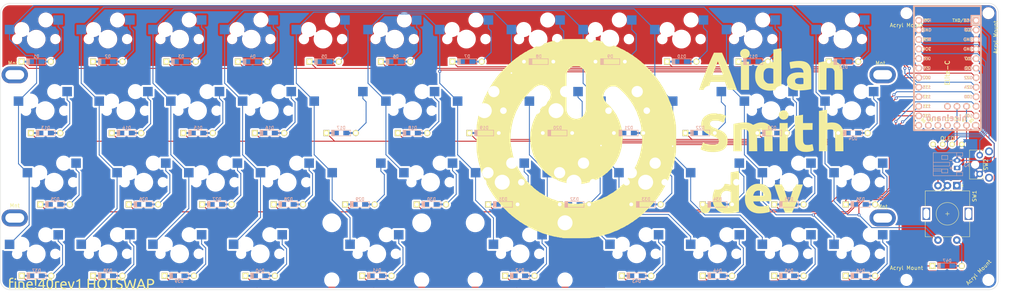
<source format=kicad_pcb>
(kicad_pcb (version 20210722) (generator pcbnew)
  (layers (0 "F.Cu" signal) (31 "B.Cu" signal) (34 "B.Paste" user) (35 "F.Paste" user) (36 "B.SilkS" user "B.Silkscreen") (37 "F.SilkS" user "F.Silkscreen") (38 "B.Mask" user) (39 "F.Mask" user) (44 "Edge.Cuts" user))
  (net 0 "")
  (net 1 "Net-(D1-Pad2)")
  (net 2 "row0")
  (net 3 "Net-(D2-Pad2)")
  (net 4 "Net-(D3-Pad2)")
  (net 5 "Net-(D4-Pad2)")
  (net 6 "Net-(D5-Pad2)")
  (net 7 "Net-(D6-Pad2)")
  (net 8 "Net-(D7-Pad2)")
  (net 9 "Net-(J2-Pad1)")
  (net 10 "Net-(D8-Pad2)")
  (net 11 "Net-(D9-Pad2)")
  (net 12 "Net-(D10-Pad2)")
  (net 13 "Net-(D11-Pad2)")
  (net 14 "Net-(D12-Pad2)")
  (net 15 "Net-(D13-Pad2)")
  (net 16 "row1")
  (net 17 "Net-(D14-Pad2)")
  (net 18 "Net-(D15-Pad2)")
  (net 19 "Net-(D16-Pad2)")
  (net 20 "Net-(D17-Pad2)")
  (net 21 "Net-(D18-Pad2)")
  (net 22 "Net-(D19-Pad2)")
  (net 23 "row5")
  (net 24 "Net-(D20-Pad2)")
  (net 25 "Net-(D21-Pad2)")
  (net 26 "Net-(D22-Pad2)")
  (net 27 "Net-(D23-Pad2)")
  (net 28 "Net-(D24-Pad2)")
  (net 29 "Net-(D25-Pad2)")
  (net 30 "row2")
  (net 31 "Net-(D26-Pad2)")
  (net 32 "Net-(D27-Pad2)")
  (net 33 "Net-(D28-Pad2)")
  (net 34 "Net-(D29-Pad2)")
  (net 35 "Net-(D30-Pad2)")
  (net 36 "Net-(D31-Pad2)")
  (net 37 "row6")
  (net 38 "Net-(D32-Pad2)")
  (net 39 "Net-(D33-Pad2)")
  (net 40 "Net-(D34-Pad2)")
  (net 41 "Net-(D35-Pad2)")
  (net 42 "Net-(D36-Pad2)")
  (net 43 "Net-(D37-Pad2)")
  (net 44 "row3")
  (net 45 "Net-(D38-Pad2)")
  (net 46 "Net-(D39-Pad2)")
  (net 47 "Net-(D40-Pad2)")
  (net 48 "Net-(D41-Pad2)")
  (net 49 "Net-(D42-Pad2)")
  (net 50 "Net-(D43-Pad2)")
  (net 51 "Net-(D44-Pad2)")
  (net 52 "Net-(D45-Pad2)")
  (net 53 "Net-(D46-Pad2)")
  (net 54 "Net-(D47-Pad2)")
  (net 55 "SDA")
  (net 56 "SCL")
  (net 57 "VCC")
  (net 58 "GND")
  (net 59 "col0")
  (net 60 "col1")
  (net 61 "col2")
  (net 62 "col3")
  (net 63 "col4")
  (net 64 "col5")
  (net 65 "RST")
  (net 68 "row7")
  (net 69 "row4")
  (net 73 "rot1")
  (net 74 "rot0")
  (footprint "Keebio:Diode-Hybrid-Back" (layer "F.Cu") (at 120 75.5 180)
    (fp_text reference "D6")
    (fp_text value "D" hide)
  )
  (footprint "kbd:OLED_v2" (layer "F.Cu") (at 266.6125 97.5)
    (fp_text reference "J1")
    (fp_text value "SSD1306_OLED" hide)
  )
  (footprint "mx footprints:MXOnly-1U-Hotswap" (layer "F.Cu") (at 176.9 69.5)
    (fp_text reference "K9")
    (fp_text value "KEYSW")
  )
  (footprint "Keebio:Diode-Hybrid-Back" (layer "F.Cu") (at 62.5 132.5 180)
    (fp_text reference "D39")
    (fp_text value "D" hide)
  )
  (footprint "Keebio:Diode-Hybrid-Back" (layer "F.Cu") (at 177 75.5 180)
    (fp_text reference "D9")
    (fp_text value "D" hide)
  )
  (footprint "Keebio:Diode-Hybrid-Back" (layer "F.Cu") (at 224.5 113.5 180)
    (fp_text reference "D35")
    (fp_text value "D" hide)
  )
  (footprint "Keebio:Diode-Hybrid-Back" (layer "F.Cu") (at 163 94.5 180)
    (fp_text reference "D20")
    (fp_text value "D" hide)
  )
  (footprint "Logos:large logo" (layer "F.Cu") (at 191.95 96.625)
    (fp_text reference "G***")
    (fp_text value "LOGO" hide)
  )
  (footprint "Keebio:Diode-Hybrid-Back" (layer "F.Cu") (at 24.5 75.5 180)
    (fp_text reference "D1")
    (fp_text value "D" hide)
  )
  (footprint "mx footprints:MXOnly-1U-Hotswap" (layer "F.Cu") (at 110.225 107.6)
    (fp_text reference "K29")
    (fp_text value "KEYSW")
  )
  (footprint "mx footprints:MXOnly-1U-Hotswap" (layer "F.Cu") (at 43.55 126.65)
    (fp_text reference "K38")
    (fp_text value "KEYSW")
  )
  (footprint "mx footprints:MXOnly-2U-Hotswap-ReversedStabilizers" (layer "F.Cu") (at 153.075 126.65)
    (fp_text reference "K42")
    (fp_text value "KEYSW")
  )
  (footprint "mx footprints:MXOnly-1U-Hotswap" (layer "F.Cu") (at 195.95 69.5)
    (fp_text reference "K10")
    (fp_text value "KEYSW")
  )
  (footprint "Keyboard Parts:PKRH" (layer "F.Cu") (at 249.4 117.1)
    (fp_text reference "Mnt")
    (fp_text value "PKRH")
  )
  (footprint "Keebio:Diode-Hybrid-Back" (layer "F.Cu") (at 148.5 113.5 180)
    (fp_text reference "D31")
    (fp_text value "D" hide)
  )
  (footprint "Keebio:Diode-Hybrid-Back" (layer "F.Cu") (at 72.5 113.5 180)
    (fp_text reference "D27")
    (fp_text value "D" hide)
  )
  (footprint "Keebio:Diode-Hybrid-Back" (layer "F.Cu") (at 196 75.5 180)
    (fp_text reference "D10")
    (fp_text value "D" hide)
  )
  (footprint "Keebio:Diode-Hybrid-Back" (layer "F.Cu") (at 215 75.5 180)
    (fp_text reference "D11")
    (fp_text value "D" hide)
  )
  (footprint "MountingHole:MountingHole_2.2mm_M2" (layer "F.Cu") (at 255.725 133.6)
    (fp_text reference "Acryl Mount")
    (fp_text value "MountingHole_2.2mm_M2")
  )
  (footprint "mx footprints:MXOnly-1.25U-Hotswap" (layer "F.Cu") (at 184.025 126.65)
    (fp_text reference "K43")
    (fp_text value "KEYSW")
  )
  (footprint "Keebio:Diode-Hybrid-Back" (layer "F.Cu") (at 115 132.5 180)
    (fp_text reference "D41")
    (fp_text value "D" hide)
  )
  (footprint "Keebio:Diode-Hybrid-Back" (layer "F.Cu") (at 205.5 113.5 180)
    (fp_text reference "D34")
    (fp_text value "D" hide)
  )
  (footprint "Keebio:Diode-Hybrid-Back" (layer "F.Cu") (at 241.5 94.5 180)
    (fp_text reference "D24")
    (fp_text value "D" hide)
  )
  (footprint "mx footprints:MXOnly-1U-Hotswap" (layer "F.Cu") (at 91.175 107.6)
    (fp_text reference "K28")
    (fp_text value "KEYSW")
  )
  (footprint "mx footprints:MXOnly-1U-Hotswap" (layer "F.Cu") (at 148.325 107.6)
    (fp_text reference "K31")
    (fp_text value "KEYSW")
  )
  (footprint "Keebio:Diode-Hybrid-Back" (layer "F.Cu") (at 110.5 113.5 180)
    (fp_text reference "D29")
    (fp_text value "D" hide)
  )
  (footprint "mx footprints:MXOnly-1U-Hotswap" (layer "F.Cu") (at 143.55 88.55)
    (fp_text reference "K19")
    (fp_text value "KEYSW")
  )
  (footprint "Keebio:Diode-Hybrid-Back" (layer "F.Cu") (at 205.5 132.5 180)
    (fp_text reference "D44")
    (fp_text value "D" hide)
  )
  (footprint "mx footprints:MXOnly-1U-Hotswap" (layer "F.Cu") (at 43.55 69.5)
    (fp_text reference "K2")
    (fp_text value "KEYSW")
  )
  (footprint "mx footprints:MXOnly-1U-Hotswap" (layer "F.Cu") (at 62.6 126.65)
    (fp_text reference "K39")
    (fp_text value "KEYSW")
  )
  (footprint "mx footprints:MXOnly-1U-Hotswap" (layer "F.Cu") (at 24.5 126.675)
    (fp_text reference "K37")
    (fp_text value "KEYSW")
  )
  (footprint "Keebio:Diode-Hybrid-Back" (layer "F.Cu") (at 143.5 94.5 180)
    (fp_text reference "D19")
    (fp_text value "D" hide)
  )
  (footprint "Keebio:Diode-Hybrid-Back" (layer "F.Cu") (at 158 75.5 180)
    (fp_text reference "D8")
    (fp_text value "D" hide)
  )
  (footprint "MountingHole:MountingHole_2.2mm_M2" (layer "F.Cu") (at 277.5 133.6)
    (fp_text reference "Acryl Mount")
    (fp_text value "MountingHole_2.2mm_M2")
  )
  (footprint "mx footprints:MXOnly-1U-Hotswap" (layer "F.Cu") (at 243.575 126.65)
    (fp_text reference "K46")
    (fp_text value "KEYSW")
  )
  (footprint "mx footprints:MXOnly-1U-Hotswap" (layer "F.Cu") (at 200.7 88.55)
    (fp_text reference "K22")
    (fp_text value "KEYSW")
  )
  (footprint "Keebio:Diode-Hybrid-Back" (layer "F.Cu") (at 48.5 94.5 180)
    (fp_text reference "D14")
    (fp_text value "D" hide)
  )
  (footprint "Keebio:Diode-Hybrid-Back" (layer "F.Cu") (at 200.9 94.5 180)
    (fp_text reference "D22")
    (fp_text value "D" hide)
  )
  (footprint "Keebio:Diode-Hybrid-Back" (layer "F.Cu") (at 82 75.5 180)
    (fp_text reference "D4")
    (fp_text value "D" hide)
  )
  (footprint "Keebio:RotaryEncoder_Alps_EC11E-Switch_Vertical_H20mm" (layer "F.Cu") (at 266.6125 116 -90)
    (fp_text reference "SW1")
    (fp_text value "RotaryEncoder_Switch")
  )
  (footprint "mx footprints:MXOnly-1U-Hotswap" (layer "F.Cu") (at 48.325 88.55)
    (fp_text reference "K14")
    (fp_text value "KEYSW")
  )
  (footprint "mx footprints:MXOnly-1U-Hotswap" (layer "F.Cu") (at 24.5 69.5)
    (fp_text reference "K1")
    (fp_text value "KEYSW")
  )
  (footprint "mx footprints:MXOnly-1U-Hotswap" (layer "F.Cu") (at 67.35 88.55)
    (fp_text reference "K15")
    (fp_text value "KEYSW")
  )
  (footprint "mx footprints:MXOnly-1U-Hotswap" (layer "F.Cu") (at 243.575 107.6)
    (fp_text reference "K36")
    (fp_text value "KEYSW")
  )
  (footprint "mx footprints:MXOnly-1.5U-Hotswap" (layer "F.Cu") (at 238.8 69.5)
    (fp_text reference "K12")
    (fp_text value "KEYSW")
  )
  (footprint "mx footprints:MXOnly-1U-Hotswap" (layer "F.Cu") (at 124.5 88.55)
    (fp_text reference "K18")
    (fp_text value "KEYSW")
  )
  (footprint "mx footprints:MXOnly-1U-Hotswap" (layer "F.Cu") (at 215 69.5)
    (fp_text reference "K11")
    (fp_text value "KEYSW")
  )
  (footprint "Keebio:Diode-Hybrid-Back" (layer "F.Cu") (at 167.5 113.5 180)
    (fp_text reference "D32")
    (fp_text value "D" hide)
  )
  (footprint "Keebio:Diode-Hybrid-Back" (layer "F.Cu") (at 43.5 75.5 180)
    (fp_text reference "D2")
    (fp_text value "D" hide)
  )
  (footprint "Keyboard Parts:PKRH" (layer "F.Cu") (at 248.8 79)
    (fp_text reference "Mnt")
    (fp_text value "PKRH")
  )
  (footprint "Keebio:Diode-Hybrid-Back" (layer "F.Cu") (at 53 113.5 180)
    (fp_text reference "D26")
    (fp_text value "D" hide)
  )
  (footprint "mx footprints:MXOnly-1U-Hotswap" (layer "F.Cu") (at 100.7 69.5)
    (fp_text reference "K5")
    (fp_text value "KEYSW")
  )
  (footprint "mx footprints:MXOnly-1U-Hotswap" (layer "F.Cu") (at 205.475 126.65)
    (fp_text reference "K44")
    (fp_text value "KEYSW")
  )
  (footprint "Keebio:Diode-Hybrid-Back" (layer "F.Cu") (at 29.5 113.5 180)
    (fp_text reference "D25")
    (fp_text value "D" hide)
  )
  (footprint "mx footprints:MXOnly-1U-Hotswap" (layer "F.Cu") (at 157.85 69.5)
    (fp_text reference "K8")
    (fp_text value "KEYSW")
  )
  (footprint "mx footprints:MXOnly-1U-Hotswap" (layer "F.Cu") (at 129.275 107.6)
    (fp_text reference "K30")
    (fp_text value "KEYSW")
  )
  (footprint "mx footprints:MXOnly-1U-Hotswap" (layer "F.Cu") (at 167.375 107.6)
    (fp_text reference "K32")
    (fp_text value "KEYSW")
  )
  (footprint "mx footprints:MXOnly-1U-Hotswap" (layer "F.Cu") (at 224.525 126.65)
    (fp_text reference "K45")
    (fp_text value "KEYSW")
  )
  (footprint "mx footprints:MXOnly-1U-Hotswap" (layer "F.Cu") (at 81.65 69.5)
    (fp_text reference "K4")
    (fp_text value "KEYSW")
  )
  (footprint "Keebio:Diode-Hybrid-Back" (layer "F.Cu") (at 101 75.5 180)
    (fp_text reference "D5")
    (fp_text value "D" hide)
  )
  (footprint "Keebio:Diode-Hybrid-Back" (layer "F.Cu") (at 224.5 132.5 180)
    (fp_text reference "D45")
    (fp_text value "D" hide)
  )
  (footprint "mx footprints:MXOnly-1.25U-Hotswap" (layer "F.Cu") (at 84.025 126.65)
    (fp_text reference "K40")
    (fp_text value "KEYSW")
  )
  (footprint "Keebio:Diode-Hybrid-Back" (layer "F.Cu") (at 239 75.5 180)
    (fp_text reference "D12")
    (fp_text value "D" hide)
  )
  (footprint "mx footprints:MXOnly-1U-Hotswap" (layer "F.Cu") (at 105.45 88.55)
    (fp_text reference "K17")
    (fp_text value "KEYSW")
  )
  (footprint "mx footprints:MXOnly-1U-Hotswap" (layer "F.Cu") (at 62.6 69.5)
    (fp_text reference "K3")
    (fp_text value "KEYSW")
  )
  (footprint "mx footprints:MXOnly-1U-Hotswap" (layer "F.Cu") (at 181.65 88.55)
    (fp_text reference "K21")
    (fp_text value "KEYSW")
  )
  (footprint "mx footprints:MXOnly-1U-Hotswap" (layer "F.Cu") (at 162.625 88.55)
    (fp_text reference "K20")
    (fp_text value "KEYSW")
  )
  (footprint "mx footprints:MXOnly-1U-Hotswap" (layer "F.Cu") (at 86.425 88.55)
    (fp_text reference "K16")
    (fp_text value "KEYSW")
  )
  (footprint "mx footprints:MXOnly-1U-Hotswap" (layer "F.Cu") (at 72.125 107.6)
    (fp_text reference "K27")
    (fp_text value "KEYSW")
  )
  (footprint "Keebio:Diode-Hybrid-Back" (layer "F.Cu") (at 186.5 113.5 180)
    (fp_text reference "D33")
    (fp_text value "D" hide)
  )
  (footprint "Keyboard Parts:PKRH" (layer "F.Cu") (at 18.8 79.1)
    (fp_text reference "Mnt")
    (fp_text value "PKRH")
  )
  (footprint "mx footprints:MXOnly-1U-Hotswap" (layer "F.Cu") (at 205.475 107.6)
    (fp_text reference "K34")
    (fp_text value "KEYSW")
  )
  (footprint "Keebio:Diode-Hybrid-Back" (layer "F.Cu") (at 91.5 113.5 180)
    (fp_text reference "D28")
    (fp_text value "D" hide)
  )
  (footprint "Keebio:Diode-Hybrid-Back" (layer "F.Cu") (at 67.5 94.5 180)
    (fp_text reference "D15")
    (fp_text value "D" hide)
  )
  (footprint "mx footprints:MXOnly-1U-Hotswap" (layer "F.Cu") (at 53.075 107.6)
    (fp_text reference "K26")
    (fp_text value "KEYSW")
  )
  (footprint "MountingHole:MountingHole_2.2mm_M2" (layer "F.Cu") (at 255.725 62.6)
    (fp_text reference "Acryl Mount")
    (fp_text value "MountingHole_2.2mm_M2")
  )
  (footprint "Keebio:Diode-Hybrid-Back" (layer "F.Cu") (at 139 75.5 180)
    (fp_text reference "D7")
    (fp_text value "D" hide)
  )
  (footprint "Keebio:Diode-Hybrid-Back" (layer "F.Cu") (at 24.58 132.5 180)
    (fp_text reference "D37")
    (fp_text value "D" hide)
  )
  (footprint "mx footprints:MXOnly-1U-Hotswap" (layer "F.Cu") (at 138.8 69.5)
    (fp_text reference "K7")
    (fp_text value "KEYSW")
  )
  (footprint "Keebio:Diode-Hybrid-Back" (layer "F.Cu") (at 86.5 94.5 180)
    (fp_text reference "D16")
    (fp_text value "D" hide)
  )
  (footprint "mx footprints:MXOnly-1U-Hotswap" (layer "F.Cu") (at 186.425 107.6)
    (fp_text reference "K33")
    (fp_text value "KEYSW")
  )
  (footprint "Keebio:Diode-Hybrid-Back" (layer "F.Cu") (at 105.5 94.5 180)
    (fp_text reference "D17")
    (fp_text value "D" hide)
  )
  (footprint "Keebio:Diode-Hybrid-Back" (layer "F.Cu") (at 43.5 132.5 180)
    (fp_text reference "D38")
    (fp_text value "D" hide)
  )
  (footprint "mx footprints:MXOnly-1U-Hotswap" (layer "F.Cu") (at 224.525 107.6)
    (fp_text reference "K35")
    (fp_text value "KEYSW")
  )
  (footprint "mx footprints:MXOnly-1.25U-Hotswap" (layer "F.Cu") (at 241.175 88.55)
    (fp_text reference "K24")
    (fp_text value "KEYSW")
  )
  (footprint "Keebio:Diode-Hybrid-Back" (layer "F.Cu") (at 243.5 132.5 180)
    (fp_text reference "D46")
    (fp_text value "D" hide)
  )
  (footprint "mx footprints:MXOnly-1U-Hotswap" (layer "F.Cu") (at 119.75 69.5)
    (fp_text reference "K6")
    (fp_text value "KEYSW")
  )
  (footprint "Keyboard Parts:PKRH" (layer "F.Cu") (at 18.8 117.1)
    (fp_text reference "Mnt")
    (fp_text value "PKRH")
  )
  (footprint "Keebio:Diode-Hybrid-Back" (layer "F.Cu") (at 220 94.5 180)
    (fp_text reference "D23")
    (fp_text value "D" hide)
  )
  (footprint "mx footprints:MXOnly-1.25U-Hotswap" (layer "F.Cu") (at 26.875 88.55)
    (fp_text reference "K13")
    (fp_text value "KEYSW")
  )
  (footprint "Keebio:Diode-Hybrid-Back" (layer "F.Cu") (at 184 132.5 180)
    (fp_text reference "D43")
    (fp_text value "D" hide)
  )
  (footprint "Keebio:Diode-Hybrid-Back" (layer "F.Cu") (at 266.525 129.875 180)
    (fp_text reference "D47")
    (fp_text value "D" hide)
  )
  (footprint "Keebio:Diode-Hybrid-Back" (layer "F.Cu") (at 84 132.5 180)
    (fp_text reference "D40")
    (fp_text value "D" hide)
  )
  (footprint "Keebio:Diode-Hybrid-Back" (layer "F.Cu") (at 124.5 94.5 180)
    (fp_text reference "D18")
    (fp_text value "D" hide)
  )
  (footprint "MountingHole:MountingHole_2.2mm_M2" (layer "F.Cu") (at 277.5 62.6)
    (fp_text reference "Acryl Mount")
    (fp_text value "MountingHole_2.2mm_M2")
  )
  (footprint "Keebio:Diode-Hybrid-Back" (layer "F.Cu") (at 27 94.5 180)
    (fp_text reference "D13")
    (fp_text value "D" hide)
  )
  (footprint "mx footprints:MXOnly-1U-Hotswap" (layer "F.Cu") (at 219.75 88.55)
    (fp_text reference "K23")
    (fp_text value "KEYSW")
  )
  (footprint "mx footprints:MXOnly-1.5U-Hotswap" (layer "F.Cu") (at 29.25 107.6)
    (fp_text reference "K25")
    (fp_text value "KEYSW")
  )
  (footprint "Keebio:Diode-Hybrid-Back" (layer "F.Cu") (at 243.5 113.5 180)
    (fp_text reference "D36")
    (fp_text value "D" hide)
  )
  (footprint "Logos:Hotswap Logo" (layer "F.Cu") (at 36.625 134.65)
    (fp_text reference "G***" hide)
    (fp_text value "LOGO" hide)
  )
  (footprint "Keebio:Diode-Hybrid-Back" (layer "F.Cu") (at 129.5 113.5 180)
    (fp_text reference "D30")
    (fp_text value "D" hide)
  )
  (footprint "Keebio:Diode-Hybrid-Back" (layer "F.Cu") (at 63 75.5 180)
    (fp_text reference "D3")
    (fp_text value "D" hide)
  )
  (footprint "Keebio:Diode-Hybrid-Back" (layer "F.Cu") (at 181.9 94.5 180)
    (fp_text reference "D21")
    (fp_text value "D" hide)
  )
  (footprint "mx footprints:MXOnly-2U-Hotswap-ReversedStabilizers" (layer "F.Cu") (at 114.975 126.65)
    (fp_text reference "K41")
    (fp_text value "KEYSW")
  )
  (footprint "Keebio:Diode-Hybrid-Back" (layer "F.Cu") (at 153 132.5 180)
    (fp_text reference "D42")
    (fp_text value "D" hide)
  )
  (footprint "Keebio:SW_Tactile_SPST_Angled_MJTP1117" (layer "F.Cu") (at 275.1875 105.4 90)
    (fp_text reference "SW2")
    (fp_text value "SW_Push")
  )
  (footprint "nice!nano:nice_nano" (layer "B.Cu") (at 266.6125 78.5 -90)
    (fp_text reference "U2" hide)
    (fp_text value "nice!nano" hide)
  )
  (footprint "Keebio:Elite-C" (layer "B.Cu") (at 266.6125 78.5 -90)
    (fp_text reference "U1" hide)
    (fp_text value "Elite-C")
  )
  (footprint "Connector_JST:JST_PH_S2B-PH-K_1x02_P2.00mm_Horizontal" (layer "B.Cu") (at 269.2 103.8 90)
    (fp_text reference "J2")
    (fp_text value "JST")
  )
  (gr_line (start 17.5 136.2) (end 277.625 136.2) (layer "Edge.Cuts") (width 0.1))
  (gr_line (start 277.625 60) (end 17.5 60) (layer "Edge.Cuts") (width 0.1))
  (gr_line (start 15 62.5) (end 15 133.7) (layer "Edge.Cuts") (width 0.1))
  (gr_arc (start 277.625 62.5) (end 277.625 60) (angle 90) (layer "Edge.Cuts") (width 0.1))
  (gr_arc (start 17.5 62.5) (end 15 62.5) (angle 90) (layer "Edge.Cuts") (width 0.1))
  (gr_arc (start 277.625001 133.7) (end 277.625 136.2) (angle -90) (layer "Edge.Cuts") (width 0.1))
  (gr_arc (start 17.5 133.700001) (end 17.5 136.2) (angle 90) (layer "Edge.Cuts") (width 0.1))
  (gr_line (start 280.125 133.7) (end 280.125 62.5) (layer "Edge.Cuts") (width 0.1))
  (gr_text "+" (at 267.6 103.775) (layer "B.SilkS") (effects (font (size 1 1))))
  (gr_text "-" (at 267.6 101.725) (layer "B.SilkS") (effects (font (size 1 1))))
  (segment (start 30.342 64.42) (end 30.342 66.242) (width 0.25) (layer "B.Cu") (net 1))
  (segment (start 31.175 72.725) (end 28.4 75.5) (width 0.25) (layer "B.Cu") (net 1))
  (segment (start 31.175 67.075) (end 31.175 72.725) (width 0.25) (layer "B.Cu") (net 1))
  (segment (start 30.342 66.242) (end 31.175 67.075) (width 0.25) (layer "B.Cu") (net 1))
  (segment (start 245.696198 75.13952) (end 256.90202 75.13952) (width 0.25) (layer "F.Cu") (net 2))
  (segment (start 60.89952 77.29952) (end 41.39952 77.29952) (width 0.25) (layer "F.Cu") (net 2))
  (segment (start 41.39952 77.29952) (end 39.6 75.5) (width 0.25) (layer "F.Cu") (net 2))
  (segment (start 60.89952 77.29952) (end 59.1 75.5) (width 0.25) (layer "F.Cu") (net 2))
  (segment (start 243.536198 77.29952) (end 245.696198 75.13952) (width 0.25) (layer "F.Cu") (net 2))
  (segment (start 256.90202 75.13952) (end 258.9925 77.23) (width 0.25) (layer "F.Cu") (net 2))
  (segment (start 98.89952 77.29952) (end 97.1 75.5) (width 0.25) (layer "F.Cu") (net 2))
  (segment (start 117.89952 77.29952) (end 98.89952 77.29952) (width 0.25) (layer "F.Cu") (net 2))
  (segment (start 41.39952 77.29952) (end 22.39952 77.29952) (width 0.25) (layer "F.Cu") (net 2))
  (segment (start 116.1 75.5) (end 117.89952 77.29952) (width 0.25) (layer "F.Cu") (net 2))
  (segment (start 79.89952 77.29952) (end 60.89952 77.29952) (width 0.25) (layer "F.Cu") (net 2))
  (segment (start 98.89952 77.29952) (end 79.89952 77.29952) (width 0.25) (layer "F.Cu") (net 2))
  (segment (start 22.39952 77.29952) (end 20.6 75.5) (width 0.25) (layer "F.Cu") (net 2))
  (segment (start 79.89952 77.29952) (end 78.1 75.5) (width 0.25) (layer "F.Cu") (net 2))
  (segment (start 117.89952 77.29952) (end 243.536198 77.29952) (width 0.25) (layer "F.Cu") (net 2))
  (segment (start 49.392 66.492) (end 50.3 67.4) (width 0.25) (layer "B.Cu") (net 3))
  (segment (start 50.3 72.6) (end 47.4 75.5) (width 0.25) (layer "B.Cu") (net 3))
  (segment (start 49.392 64.42) (end 49.392 66.492) (width 0.25) (layer "B.Cu") (net 3))
  (segment (start 50.3 67.4) (end 50.3 72.6) (width 0.25) (layer "B.Cu") (net 3))
  (segment (start 68.442 66.417) (end 69.225 67.2) (width 0.25) (layer "B.Cu") (net 4))
  (segment (start 68.442 64.42) (end 68.442 66.417) (width 0.25) (layer "B.Cu") (net 4))
  (segment (start 69.225 73.175) (end 66.9 75.5) (width 0.25) (layer "B.Cu") (net 4))
  (segment (start 69.225 67.2) (end 69.225 73.175) (width 0.25) (layer "B.Cu") (net 4))
  (segment (start 87.492 64.42) (end 87.492 66.442) (width 0.25) (layer "B.Cu") (net 5))
  (segment (start 88.55 67.5) (end 88.55 72.85) (width 0.25) (layer "B.Cu") (net 5))
  (segment (start 88.55 72.85) (end 85.9 75.5) (width 0.25) (layer "B.Cu") (net 5))
  (segment (start 87.492 66.442) (end 88.55 67.5) (width 0.25) (layer "B.Cu") (net 5))
  (segment (start 106.542 66.517) (end 107.325 67.3) (width 0.25) (layer "B.Cu") (net 6))
  (segment (start 107.325 67.3) (end 107.325 73.075) (width 0.25) (layer "B.Cu") (net 6))
  (segment (start 106.542 64.42) (end 106.542 66.517) (width 0.25) (layer "B.Cu") (net 6))
  (segment (start 107.325 73.075) (end 104.9 75.5) (width 0.25) (layer "B.Cu") (net 6))
  (segment (start 125.592 64.42) (end 125.592 66.342) (width 0.25) (layer "B.Cu") (net 7))
  (segment (start 126.475 67.225) (end 126.475 72.925) (width 0.25) (layer "B.Cu") (net 7))
  (segment (start 126.475 72.925) (end 123.9 75.5) (width 0.25) (layer "B.Cu") (net 7))
  (segment (start 125.592 66.342) (end 126.475 67.225) (width 0.25) (layer "B.Cu") (net 7))
  (segment (start 145.375 73.025) (end 142.9 75.5) (width 0.25) (layer "B.Cu") (net 8))
  (segment (start 144.642 64.42) (end 144.642 66.617) (width 0.25) (layer "B.Cu") (net 8))
  (segment (start 144.642 66.617) (end 145.375 67.35) (width 0.25) (layer "B.Cu") (net 8))
  (segment (start 145.375 67.35) (end 145.375 73.025) (width 0.25) (layer "B.Cu") (net 8))
  (segment (start 277.673079 68.812375) (end 274.591515 65.730811) (width 0.25) (layer "B.Cu") (net 9))
  (segment (start 260.193311 65.730811) (end 258.9925 64.53) (width 0.25) (layer "B.Cu") (net 9))
  (segment (start 279.052011 97.252011) (end 277.673079 95.873079) (width 0.25) (layer "B.Cu") (net 9))
  (segment (start 269.2 103.8) (end 271.2 101.8) (width 0.25) (layer "B.Cu") (net 9))
  (segment (start 271.2 101.8) (end 277.8 101.8) (width 0.25) (layer "B.Cu") (net 9))
  (segment (start 277.8 101.8) (end 279.052011 100.547989) (width 0.25) (layer "B.Cu") (net 9))
  (segment (start 277.673079 95.873079) (end 277.673079 68.812375) (width 0.25) (layer "B.Cu") (net 9))
  (segment (start 279.052011 100.547989) (end 279.052011 97.252011) (width 0.25) (layer "B.Cu") (net 9))
  (segment (start 274.591515 65.730811) (end 260.193311 65.730811) (width 0.25) (layer "B.Cu") (net 9))
  (segment (start 163.692 66.417) (end 164.65 67.375) (width 0.25) (layer "B.Cu") (net 10))
  (segment (start 164.65 67.375) (end 164.65 72.75) (width 0.25) (layer "B.Cu") (net 10))
  (segment (start 164.65 72.75) (end 161.9 75.5) (width 0.25) (layer "B.Cu") (net 10))
  (segment (start 163.692 64.42) (end 163.692 66.417) (width 0.25) (layer "B.Cu") (net 10))
  (segment (start 183.925 72.475) (end 180.9 75.5) (width 0.25) (layer "B.Cu") (net 11))
  (segment (start 182.742 66.967) (end 183.925 68.15) (width 0.25) (layer "B.Cu") (net 11))
  (segment (start 183.925 68.15) (end 183.925 72.475) (width 0.25) (layer "B.Cu") (net 11))
  (segment (start 182.742 64.42) (end 182.742 66.967) (width 0.25) (layer "B.Cu") (net 11))
  (segment (start 201.792 64.42) (end 201.792 66.467) (width 0.25) (layer "B.Cu") (net 12))
  (segment (start 202.775 67.45) (end 202.775 72.625) (width 0.25) (layer "B.Cu") (net 12))
  (segment (start 202.775 72.625) (end 199.9 75.5) (width 0.25) (layer "B.Cu") (net 12))
  (segment (start 201.792 66.467) (end 202.775 67.45) (width 0.25) (layer "B.Cu") (net 12))
  (segment (start 222.025 72.375) (end 218.9 75.5) (width 0.25) (layer "B.Cu") (net 13))
  (segment (start 220.842 64.42) (end 220.842 66.617) (width 0.25) (layer "B.Cu") (net 13))
  (segment (start 222.025 67.8) (end 222.025 72.375) (width 0.25) (layer "B.Cu") (net 13))
  (segment (start 220.842 66.617) (end 222.025 67.8) (width 0.25) (layer "B.Cu") (net 13))
  (segment (start 245.7 72.7) (end 242.9 75.5) (width 0.25) (layer "B.Cu") (net 14))
  (segment (start 244.642 64.42) (end 244.642 66.442) (width 0.25) (layer "B.Cu") (net 14))
  (segment (start 245.7 67.5) (end 245.7 72.7) (width 0.25) (layer "B.Cu") (net 14))
  (segment (start 244.642 66.442) (end 245.7 67.5) (width 0.25) (layer "B.Cu") (net 14))
  (segment (start 32.717 85.667) (end 33.4 86.35) (width 0.25) (layer "B.Cu") (net 15))
  (segment (start 33.4 86.35) (end 33.4 92) (width 0.25) (layer "B.Cu") (net 15))
  (segment (start 33.4 92) (end 30.9 94.5) (width 0.25) (layer "B.Cu") (net 15))
  (segment (start 32.717 83.47) (end 32.717 85.667) (width 0.25) (layer "B.Cu") (net 15))
  (segment (start 84.77452 96.67452) (end 65.77452 96.67452) (width 0.25) (layer "F.Cu") (net 16))
  (segment (start 84.77452 96.67452) (end 82.6 94.5) (width 0.25) (layer "F.Cu") (net 16))
  (segment (start 65.77452 96.67452) (end 46.77452 96.67452) (width 0.25) (layer "F.Cu") (net 16))
  (segment (start 65.77452 96.67452) (end 63.6 94.5) (width 0.25) (layer "F.Cu") (net 16))
  (segment (start 103.77452 96.67452) (end 122.77452 96.67452) (width 0.25) (layer "F.Cu") (net 16))
  (segment (start 255.43 79.77) (end 258.9925 79.77) (width 0.25) (layer "F.Cu") (net 16))
  (segment (start 246.211198 96.67452) (end 249.09952 93.786198) (width 0.25) (layer "F.Cu") (net 16))
  (segment (start 101.6 94.5) (end 103.77452 96.67452) (width 0.25) (layer "F.Cu") (net 16))
  (segment (start 249.09952 86.10048) (end 255.43 79.77) (width 0.25) (layer "F.Cu") (net 16))
  (segment (start 46.77452 96.67452) (end 44.6 94.5) (width 0.25) (layer "F.Cu") (net 16))
  (segment (start 103.77452 96.67452) (end 84.77452 96.67452) (width 0.25) (layer "F.Cu") (net 16))
  (segment (start 120.6 94.5) (end 122.77452 96.67452) (width 0.25) (layer "F.Cu") (net 16))
  (segment (start 122.77452 96.67452) (end 246.211198 96.67452) (width 0.25) (layer "F.Cu") (net 16))
  (segment (start 249.09952 93.786198) (end 249.09952 86.10048) (width 0.25) (layer "F.Cu") (net 16))
  (segment (start 25.27452 96.67452) (end 23.1 94.5) (width 0.25) (layer "F.Cu") (net 16))
  (segment (start 46.77452 96.67452) (end 25.27452 96.67452) (width 0.25) (layer "F.Cu") (net 16))
  (segment (start 54.9 92) (end 52.4 94.5) (width 0.25) (layer "B.Cu") (net 17))
  (segment (start 54.167 85.242) (end 54.9 85.975) (width 0.25) (layer "B.Cu") (net 17))
  (segment (start 54.167 83.47) (end 54.167 85.242) (width 0.25) (layer "B.Cu") (net 17))
  (segment (start 54.9 85.975) (end 54.9 92) (width 0.25) (layer "B.Cu") (net 17))
  (segment (start 74.075 91.825) (end 71.4 94.5) (width 0.25) (layer "B.Cu") (net 18))
  (segment (start 74.075 86.175) (end 74.075 91.825) (width 0.25) (layer "B.Cu") (net 18))
  (segment (start 73.192 83.47) (end 73.192 85.292) (width 0.25) (layer "B.Cu") (net 18))
  (segment (start 73.192 85.292) (end 74.075 86.175) (width 0.25) (layer "B.Cu") (net 18))
  (segment (start 92.267 83.47) (end 92.267 85.317) (width 0.25) (layer "B.Cu") (net 19))
  (segment (start 93.275 91.625) (end 90.4 94.5) (width 0.25) (layer "B.Cu") (net 19))
  (segment (start 93.275 86.325) (end 93.275 91.625) (width 0.25) (layer "B.Cu") (net 19))
  (segment (start 92.267 85.317) (end 93.275 86.325) (width 0.25) (layer "B.Cu") (net 19))
  (segment (start 111.292 85.342) (end 112.15 86.2) (width 0.25) (layer "B.Cu") (net 20))
  (segment (start 112.15 91.75) (end 109.4 94.5) (width 0.25) (layer "B.Cu") (net 20))
  (segment (start 112.15 86.2) (end 112.15 91.75) (width 0.25) (layer "B.Cu") (net 20))
  (segment (start 111.292 83.47) (end 111.292 85.342) (width 0.25) (layer "B.Cu") (net 20))
  (segment (start 130.342 83.47) (end 130.342 85.067) (width 0.25) (layer "B.Cu") (net 21))
  (segment (start 131.475 86.2) (end 131.475 91.425) (width 0.25) (layer "B.Cu") (net 21))
  (segment (start 130.342 85.067) (end 131.475 86.2) (width 0.25) (layer "B.Cu") (net 21))
  (segment (start 131.475 91.425) (end 128.4 94.5) (width 0.25) (layer "B.Cu") (net 21))
  (segment (start 149.392 84.967) (end 150.775 86.35) (width 0.25) (layer "B.Cu") (net 22))
  (segment (start 150.775 86.35) (end 150.775 91.125) (width 0.25) (layer "B.Cu") (net 22))
  (segment (start 149.392 83.47) (end 149.392 84.967) (width 0.25) (layer "B.Cu") (net 22))
  (segment (start 150.775 91.125) (end 147.4 94.5) (width 0.25) (layer "B.Cu") (net 22))
  (segment (start 255.995093 78.569189) (end 273.031689 78.569189) (width 0.25) (layer "F.Cu") (net 23))
  (segment (start 198.725 96.225) (end 179.725 96.225) (width 0.25) (layer "F.Cu") (net 23))
  (segment (start 248.65 93.6) (end 248.65 85.914282) (width 0.25) (layer "F.Cu") (net 23))
  (segment (start 160.825 96.225) (end 141.325 96.225) (width 0.25) (layer "F.Cu") (net 23))
  (segment (start 217.825 96.225) (end 216.1 94.5) (width 0.25) (layer "F.Cu") (net 23))
  (segment (start 160.825 96.225) (end 159.1 94.5) (width 0.25) (layer "F.Cu") (net 23))
  (segment (start 198.725 96.225) (end 197 94.5) (width 0.25) (layer "F.Cu") (net 23))
  (segment (start 179.725 96.225) (end 160.825 96.225) (width 0.25) (layer "F.Cu") (net 23))
  (segment (start 239.325 96.225) (end 217.825 96.225) (width 0.25) (layer "F.Cu") (net 23))
  (segment (start 237.6 94.5) (end 239.325 96.225) (width 0.25) (layer "F.Cu") (net 23))
  (segment (start 217.825 96.225) (end 198.725 96.225) (width 0.25) (layer "F.Cu") (net 23))
  (segment (start 239.325 96.225) (end 246.025 96.225) (width 0.25) (layer "F.Cu") (net 23))
  (segment (start 246.025 96.225) (end 248.65 93.6) (width 0.25) (layer "F.Cu") (net 23))
  (segment (start 141.325 96.225) (end 139.6 94.5) (width 0.25) (layer "F.Cu") (net 23))
  (segment (start 248.65 85.914282) (end 255.995093 78.569189) (width 0.25) (layer "F.Cu") (net 23))
  (segment (start 273.031689 78.569189) (end 274.2325 79.77) (width 0.25) (layer "F.Cu") (net 23))
  (segment (start 179.725 96.225) (end 178 94.5) (width 0.25) (layer "F.Cu") (net 23))
  (segment (start 169.575 91.825) (end 166.9 94.5) (width 0.25) (layer "B.Cu") (net 24))
  (segment (start 168.467 85.017) (end 169.575 86.125) (width 0.25) (layer "B.Cu") (net 24))
  (segment (start 169.575 86.125) (end 169.575 91.825) (width 0.25) (layer "B.Cu") (net 24))
  (segment (start 168.467 83.47) (end 168.467 85.017) (width 0.25) (layer "B.Cu") (net 24))
  (segment (start 187.492 83.47) (end 187.492 85.517) (width 0.25) (layer "B.Cu") (net 25))
  (segment (start 188.65 86.675) (end 188.65 91.65) (width 0.25) (layer "B.Cu") (net 25))
  (segment (start 188.65 91.65) (end 185.8 94.5) (width 0.25) (layer "B.Cu") (net 25))
  (segment (start 187.492 85.517) (end 188.65 86.675) (width 0.25) (layer "B.Cu") (net 25))
  (segment (start 206.542 86.242) (end 207.6 87.3) (width 0.25) (layer "B.Cu") (net 26))
  (segment (start 206.542 83.47) (end 206.542 86.242) (width 0.25) (layer "B.Cu") (net 26))
  (segment (start 207.6 91.7) (end 204.8 94.5) (width 0.25) (layer "B.Cu") (net 26))
  (segment (start 207.6 87.3) (end 207.6 91.7) (width 0.25) (layer "B.Cu") (net 26))
  (segment (start 226.5 91.9) (end 223.9 94.5) (width 0.25) (layer "B.Cu") (net 27))
  (segment (start 226.5 86.425) (end 226.5 91.9) (width 0.25) (layer "B.Cu") (net 27))
  (segment (start 225.592 83.47) (end 225.592 85.517) (width 0.25) (layer "B.Cu") (net 27))
  (segment (start 225.592 85.517) (end 226.5 86.425) (width 0.25) (layer "B.Cu") (net 27))
  (segment (start 247.017 85.442) (end 247.95 86.375) (width 0.25) (layer "B.Cu") (net 28))
  (segment (start 247.017 83.47) (end 247.017 85.442) (width 0.25) (layer "B.Cu") (net 28))
  (segment (start 247.95 91.95) (end 245.4 94.5) (width 0.25) (layer "B.Cu") (net 28))
  (segment (start 247.95 86.375) (end 247.95 91.95) (width 0.25) (layer "B.Cu") (net 28))
  (segment (start 35.092 104.242) (end 35.9 105.05) (width 0.25) (layer "B.Cu") (net 29))
  (segment (start 35.9 105.05) (end 35.9 111) (width 0.25) (layer "B.Cu") (net 29))
  (segment (start 35.092 102.52) (end 35.092 104.242) (width 0.25) (layer "B.Cu") (net 29))
  (segment (start 35.9 111) (end 33.4 113.5) (width 0.25) (layer "B.Cu") (net 29))
  (segment (start 125.6 113.5) (end 127.575 115.475) (width 0.25) (layer "F.Cu") (net 30))
  (segment (start 249.586198 111.34952) (end 244.15048 111.34952) (width 0.25) (layer "F.Cu") (net 30))
  (segment (start 251.59952 109.336198) (end 249.586198 111.34952) (width 0.25) (layer "F.Cu") (net 30))
  (segment (start 90.575 115.475) (end 89.575 115.475) (width 0.25) (layer "F.Cu") (net 30))
  (segment (start 70.575 115.475) (end 68.6 113.5) (width 0.25) (layer "F.Cu") (net 30))
  (segment (start 253.330718 89.93) (end 251.59952 91.661198) (width 0.25) (layer "F.Cu") (net 30))
  (segment (start 244.15048 111.34952) (end 240.025 115.475) (width 0.25) (layer "F.Cu") (net 30))
  (segment (start 27.575 115.475) (end 25.6 113.5) (width 0.25) (layer "F.Cu") (net 30))
  (segment (start 51.075 115.475) (end 49.1 113.5) (width 0.25) (layer "F.Cu") (net 30))
  (segment (start 111.225 115.475) (end 90.575 115.475) (width 0.25) (layer "F.Cu") (net 30))
  (segment (start 51.775 115.475) (end 51.075 115.475) (width 0.25) (layer "F.Cu") (net 30))
  (segment (start 108.575 115.475) (end 106.6 113.5) (width 0.25) (layer "F.Cu") (net 30))
  (segment (start 127.575 115.475) (end 128.475 115.475) (width 0.25) (layer "F.Cu") (net 30))
  (segment (start 51.775 115.475) (end 27.575 115.475) (width 0.25) (layer "F.Cu") (net 30))
  (segment (start 128.475 115.475) (end 111.225 115.475) (width 0.25) (layer "F.Cu") (net 30))
  (segment (start 240.025 115.475) (end 128.475 115.475) (width 0.25) (layer "F.Cu") (net 30))
  (segment (start 251.59952 91.661198) (end 251.59952 109.336198) (width 0.25) (layer "F.Cu") (net 30))
  (segment (start 70.575 115.475) (end 51.775 115.475) (width 0.25) (layer "F.Cu") (net 30))
  (segment (start 258.9925 89.93) (end 253.330718 89.93) (width 0.25) (layer "F.Cu") (net 30))
  (segment (start 90.575 115.475) (end 70.575 115.475) (width 0.25) (layer "F.Cu") (net 30))
  (segment (start 89.575 115.475) (end 87.6 113.5) (width 0.25) (layer "F.Cu") (net 30))
  (segment (start 111.225 115.475) (end 108.575 115.475) (width 0.25) (layer "F.Cu") (net 30))
  (segment (start 58.917 102.52) (end 58.917 104.542) (width 0.25) (layer "B.Cu") (net 31))
  (segment (start 60 105.625) (end 60 110.4) (width 0.25) (layer "B.Cu") (net 31))
  (segment (start 60 110.4) (end 56.9 113.5) (width 0.25) (layer "B.Cu") (net 31))
  (segment (start 58.917 104.542) (end 60 105.625) (width 0.25) (layer "B.Cu") (net 31))
  (segment (start 77.967 102.52) (end 77.967 104.442) (width 0.25) (layer "B.Cu") (net 32))
  (segment (start 78.85 105.325) (end 78.85 111.05) (width 0.25) (layer "B.Cu") (net 32))
  (segment (start 77.967 104.442) (end 78.85 105.325) (width 0.25) (layer "B.Cu") (net 32))
  (segment (start 78.85 111.05) (end 76.4 113.5) (width 0.25) (layer "B.Cu") (net 32))
  (segment (start 97.925 110.975) (end 95.4 113.5) (width 0.25) (layer "B.Cu") (net 33))
  (segment (start 97.017 104.442) (end 97.925 105.35) (width 0.25) (layer "B.Cu") (net 33))
  (segment (start 97.017 102.52) (end 97.017 104.442) (width 0.25) (layer "B.Cu") (net 33))
  (segment (start 97.925 105.35) (end 97.925 110.975) (width 0.25) (layer "B.Cu") (net 33))
  (segment (start 117 110.9) (end 114.4 113.5) (width 0.25) (layer "B.Cu") (net 34))
  (segment (start 116.067 104.642) (end 117 105.575) (width 0.25) (layer "B.Cu") (net 34))
  (segment (start 117 105.575) (end 117 110.9) (width 0.25) (layer "B.Cu") (net 34))
  (segment (start 116.067 102.52) (end 116.067 104.642) (width 0.25) (layer "B.Cu") (net 34))
  (segment (start 135.117 102.52) (end 135.117 104.542) (width 0.25) (layer "B.Cu") (net 35))
  (segment (start 136.1 105.525) (end 136.1 110.8) (width 0.25) (layer "B.Cu") (net 35))
  (segment (start 135.117 104.542) (end 136.1 105.525) (width 0.25) (layer "B.Cu") (net 35))
  (segment (start 136.1 110.8) (end 133.4 113.5) (width 0.25) (layer "B.Cu") (net 35))
  (segment (start 155.225 105.875) (end 155.225 110.675) (width 0.25) (layer "B.Cu") (net 36))
  (segment (start 155.225 110.675) (end 152.4 113.5) (width 0.25) (layer "B.Cu") (net 36))
  (segment (start 154.167 102.52) (end 154.167 104.817) (width 0.25) (layer "B.Cu") (net 36))
  (segment (start 154.167 104.817) (end 155.225 105.875) (width 0.25) (layer "B.Cu") (net 36))
  (segment (start 203.15 115) (end 184.325 115) (width 0.25) (layer "F.Cu") (net 37))
  (segment (start 222.1 115) (end 220.6 113.5) (width 0.25) (layer "F.Cu") (net 37))
  (segment (start 203.15 115) (end 203.1 115) (width 0.25) (layer "F.Cu") (net 37))
  (segment (start 273.031689 88.729189) (end 253.895811 88.729189) (width 0.25) (layer "F.Cu") (net 37))
  (segment (start 146.1 115) (end 144.6 113.5) (width 0.25) (layer "F.Cu") (net 37))
  (segment (start 166.475 115) (end 165.1 115) (width 0.25) (layer "F.Cu") (net 37))
  (segment (start 166.475 115) (end 146.1 115) (width 0.25) (layer "F.Cu") (net 37))
  (segment (start 184.325 115) (end 166.475 115) (width 0.25) (layer "F.Cu") (net 37))
  (segment (start 184.325 115) (end 184.1 115) (width 0.25) (layer "F.Cu") (net 37))
  (segment (start 239.6 112.4) (end 241.1 110.9) (width 0.25) (layer "F.Cu") (net 37))
  (segment (start 239.6 113.5) (end 239.6 112.4) (width 0.25) (layer "F.Cu") (net 37))
  (segment (start 233.7 115) (end 237.8 110.9) (width 0.25) (layer "F.Cu") (net 37))
  (segment (start 274.2325 89.93) (end 273.031689 88.729189) (width 0.25) (layer "F.Cu") (net 37))
  (segment (start 184.1 115) (end 182.6 113.5) (width 0.25) (layer "F.Cu") (net 37))
  (segment (start 253.895811 88.729189) (end 251.15 91.475) (width 0.25) (layer "F.Cu") (net 37))
  (segment (start 165.1 115) (end 163.6 113.5) (width 0.25) (layer "F.Cu") (net 37))
  (segment (start 203.1 115) (end 201.6 113.5) (width 0.25) (layer "F.Cu") (net 37))
  (segment (start 251.15 109.15) (end 251.15 108.75) (width 0.25) (layer "F.Cu") (net 37))
  (segment (start 249.4 110.9) (end 251.15 109.15) (width 0.25) (layer "F.Cu") (net 37))
  (segment (start 242.5 110.9) (end 249.4 110.9) (width 0.25) (layer "F.Cu") (net 37))
  (segment (start 233.7 115) (end 222.1 115) (width 0.25) (layer "F.Cu") (net 37))
  (segment (start 222.1 115) (end 203.15 115) (width 0.25) (layer "F.Cu") (net 37))
  (segment (start 241.1 110.9) (end 242.5 110.9) (width 0.25) (layer "F.Cu") (net 37))
  (segment (start 237.8 110.9) (end 242.5 110.9) (width 0.25) (layer "F.Cu") (net 37))
  (segment (start 251.15 91.475) (end 251.15 108.75) (width 0.25) (layer "F.Cu") (net 37))
  (segment (start 174.35 105.775) (end 174.35 110.55) (width 0.25) (layer "B.Cu") (net 38))
  (segment (start 173.217 102.52) (end 173.217 104.642) (width 0.25) (layer "B.Cu") (net 38))
  (segment (start 173.217 104.642) (end 174.35 105.775) (width 0.25) (layer "B.Cu") (net 38))
  (segment (start 174.35 110.55) (end 171.4 113.5) (width 0.25) (layer "B.Cu") (net 38))
  (segment (start 193.375 110.525) (end 190.4 113.5) (width 0.25) (layer "B.Cu") (net 39))
  (segment (start 193.375 106.075) (end 193.375 110.525) (width 0.25) (layer "B.Cu") (net 39))
  (segment (start 192.267 102.52) (end 192.267 104.967) (width 0.25) (layer "B.Cu") (net 39))
  (segment (start 192.267 104.967) (end 193.375 106.075) (width 0.25) (layer "B.Cu") (net 39))
  (segment (start 212.525 110.375) (end 209.4 113.5) (width 0.25) (layer "B.Cu") (net 40))
  (segment (start 211.317 102.52) (end 211.317 104.867) (width 0.25) (layer "B.Cu") (net 40))
  (segment (start 212.525 106.075) (end 212.525 110.375) (width 0.25) (layer "B.Cu") (net 40))
  (segment (start 211.317 104.867) (end 212.525 106.075) (width 0.25) (layer "B.Cu") (net 40))
  (segment (start 231.375 110.525) (end 228.4 113.5) (width 0.25) (layer "B.Cu") (net 41))
  (segment (start 230.367 102.52) (end 230.367 105.042) (width 0.25) (layer "B.Cu") (net 41))
  (segment (start 230.367 105.042) (end 231.375 106.05) (width 0.25) (layer "B.Cu") (net 41))
  (segment (start 231.375 106.05) (end 231.375 110.525) (width 0.25) (layer "B.Cu") (net 41))
  (segment (start 249.417 105.042) (end 250.55 106.175) (width 0.25) (layer "B.Cu") (net 42))
  (segment (start 249.417 102.52) (end 249.417 105.042) (width 0.25) (layer "B.Cu") (net 42))
  (segment (start 250.55 106.175) (end 250.55 110.35) (width 0.25) (layer "B.Cu") (net 42))
  (segment (start 250.55 110.35) (end 247.4 113.5) (width 0.25) (layer "B.Cu") (net 42))
  (segment (start 30.342 121.595) (end 30.342 123.267) (width 0.25) (layer "B.Cu") (net 43))
  (segment (start 30.342 123.267) (end 31.5 124.425) (width 0.25) (layer "B.Cu") (net 43))
  (segment (start 31.5 124.425) (end 31.5 129.48) (width 0.25) (layer "B.Cu") (net 43))
  (segment (start 31.5 129.48) (end 28.48 132.5) (width 0.25) (layer "B.Cu") (net 43))
  (segment (start 42.65 135.55) (end 23.73 135.55) (width 0.25) (layer "F.Cu") (net 44))
  (segment (start 23.73 135.55) (end 20.68 132.5) (width 0.25) (layer "F.Cu") (net 44))
  (segment (start 152.15 135.55) (end 114.15 135.55) (width 0.25) (layer "F.Cu") (net 44))
  (segment (start 152.15 135.55) (end 175.525 135.55) (width 0.25) (layer "F.Cu") (net 44))
  (segment (start 261.6 131.2) (end 275.304022 131.2) (width 0.25) (layer "F.Cu") (net 44))
  (segment (start 42.65 135.55) (end 39.6 132.5) (width 0.25) (layer "F.Cu") (net 44))
  (segment (start 175.525 135.55) (end 176.77548 134.29952) (width 0.25) (layer "F.Cu") (net 44))
  (segment (start 275.304022 131.2) (end 279.052011 127.452011) (width 0.25) (layer "F.Cu") (net 44))
  (segment (start 83.15 135.55) (end 80.1 132.5) (width 0.25) (layer "F.Cu") (net 44))
  (segment (start 61.65 135.55) (end 42.65 135.55) (width 0.25) (layer "F.Cu") (net 44))
  (segment (start 149.1 132.5) (end 152.15 135.55) (width 0.25) (layer "F.Cu") (net 44))
  (segment (start 176.77548 134.29952) (end 247.836197 134.29952) (width 0.25) (layer "F.Cu") (net 44))
  (segment (start 279.052011 97.289511) (end 274.2325 92.47) (width 0.25) (layer "F.Cu") (net 44))
  (segment (start 247.836197 134.29952) (end 251.811197 130.32452) (width 0.25) (layer "F.Cu") (net 44))
  (segment (start 114.15 135.55) (end 83.15 135.55) (width 0.25) (layer "F.Cu") (net 44))
  (segment (start 274.2325 92.47) (end 274.0039 92.47) (width 0.25) (layer "F.Cu") (net 44))
  (segment (start 251.811197 130.32452) (end 260.72452 130.32452) (width 0.25) (layer "F.Cu") (net 44))
  (segment (start 279.052011 127.452011) (end 279.052011 97.289511) (width 0.25) (layer "F.Cu") (net 44))
  (segment (start 114.15 135.55) (end 111.1 132.5) (width 0.25) (layer "F.Cu") (net 44))
  (segment (start 260.72452 130.32452) (end 261.6 131.2) (width 0.25) (layer "F.Cu") (net 44))
  (segment (start 61.65 135.55) (end 58.6 132.5) (width 0.25) (layer "F.Cu") (net 44))
  (segment (start 83.15 135.55) (end 61.65 135.55) (width 0.25) (layer "F.Cu") (net 44))
  (segment (start 50.425 124.65) (end 50.425 129.475) (width 0.25) (layer "B.Cu") (net 45))
  (segment (start 50.425 129.475) (end 47.4 132.5) (width 0.25) (layer "B.Cu") (net 45))
  (segment (start 49.392 123.617) (end 50.425 124.65) (width 0.25) (layer "B.Cu") (net 45))
  (segment (start 49.392 121.57) (end 49.392 123.617) (width 0.25) (layer "B.Cu") (net 45))
  (segment (start 68.442 121.57) (end 68.442 124.017) (width 0.25) (layer "B.Cu") (net 46))
  (segment (start 69.525 125.1) (end 69.525 129.375) (width 0.25) (layer "B.Cu") (net 46))
  (segment (start 68.442 124.017) (end 69.525 125.1) (width 0.25) (layer "B.Cu") (net 46))
  (segment (start 69.525 129.375) (end 66.4 132.5) (width 0.25) (layer "B.Cu") (net 46))
  (segment (start 89.867 124.167) (end 91.025 125.325) (width 0.25) (layer "B.Cu") (net 47))
  (segment (start 91.025 125.325) (end 91.025 129.375) (width 0.25) (layer "B.Cu") (net 47))
  (segment (start 89.867 121.57) (end 89.867 124.167) (width 0.25) (layer "B.Cu") (net 47))
  (segment (start 91.025 129.375) (end 87.9 132.5) (width 0.25) (layer "B.Cu") (net 47))
  (segment (start 121.95 129.45) (end 118.9 132.5) (width 0.25) (layer "B.Cu") (net 48))
  (segment (start 120.817 123.842) (end 121.95 124.975) (width 0.25) (layer "B.Cu") (net 48))
  (segment (start 120.817 121.57) (end 120.817 123.842) (width 0.25) (layer "B.Cu") (net 48))
  (segment (start 121.95 124.975) (end 121.95 129.45) (width 0.25) (layer "B.Cu") (net 48))
  (segment (start 158.917 123.842) (end 160.075 125) (width 0.25) (layer "B.Cu") (net 49))
  (segment (start 160.075 129.325) (end 156.9 132.5) (width 0.25) (layer "B.Cu") (net 49))
  (segment (start 160.075 125) (end 160.075 129.325) (width 0.25) (layer "B.Cu") (net 49))
  (segment (start 158.917 121.57) (end 158.917 123.842) (width 0.25) (layer "B.Cu") (net 49))
  (segment (start 191 129.4) (end 187.9 132.5) (width 0.25) (layer "B.Cu") (net 50))
  (segment (start 189.867 123.592) (end 191 124.725) (width 0.25) (layer "B.Cu") (net 50))
  (segment (start 191 124.725) (end 191 129.4) (width 0.25) (layer "B.Cu") (net 50))
  (segment (start 189.867 121.57) (end 189.867 123.592) (width 0.25) (layer "B.Cu") (net 50))
  (segment (start 212.4 125.125) (end 212.4 129.5) (width 0.25) (layer "B.Cu") (net 51))
  (segment (start 211.317 124.042) (end 212.4 125.125) (width 0.25) (layer "B.Cu") (net 51))
  (segment (start 211.317 121.57) (end 211.317 124.042) (width 0.25) (layer "B.Cu") (net 51))
  (segment (start 212.4 129.5) (end 209.4 132.5) (width 0.25) (layer "B.Cu") (net 51))
  (segment (start 230.367 121.57) (end 230.367 124.242) (width 0.25) (layer "B.Cu") (net 52))
  (segment (start 230.367 124.242) (end 231.475 125.35) (width 0.25) (layer "B.Cu") (net 52))
  (segment (start 231.475 129.425) (end 228.4 132.5) (width 0.25) (layer "B.Cu") (net 52))
  (segment (start 231.475 125.35) (end 231.475 129.425) (width 0.25) (layer "B.Cu") (net 52))
  (segment (start 249.417 123.567) (end 250.6 124.75) (width 0.25) (layer "B.Cu") (net 53))
  (segment (start 250.6 124.75) (end 250.6 129.3) (width 0.25) (layer "B.Cu") (net 53))
  (segment (start 249.417 121.57) (end 249.417 123.567) (width 0.25) (layer "B.Cu") (net 53))
  (segment (start 250.6 129.3) (end 247.4 132.5) (width 0.25) (layer "B.Cu") (net 53))
  (segment (start 269.1125 123) (end 270.425 124.3125) (width 0.25) (layer "B.Cu") (net 54))
  (segment (start 270.425 124.3125) (end 270.425 129.875) (width 0.25) (layer "B.Cu") (net 54))
  (segment (start 264.2025 98.9) (end 262.8025 97.5) (width 0.25) (layer "B.Cu") (net 55))
  (segment (start 275.336197 95.04952) (end 268.428698 95.04952) (width 0.25) (layer "B.Cu") (net 55))
  (segment (start 276.32452 76.78202) (end 276.32452 94.061198) (width 0.25) (layer "B.Cu") (net 55))
  (segment (start 276.32452 94.061198) (end 275.336197 95.04952) (width 0.25) (layer "B.Cu") (net 55))
  (segment (start 274.2325 74.69) (end 276.32452 76.78202) (width 0.25) (layer "B.Cu") (net 55))
  (segment (start 266.65 98.4) (end 266.15 98.9) (width 0.25) (layer "B.Cu") (net 55))
  (segment (start 268.428698 95.04952) (end 266.65 96.828218) (width 0.25) (layer "B.Cu") (net 55))
  (segment (start 266.65 96.828218) (end 266.65 98.4) (width 0.25) (layer "B.Cu") (net 55))
  (segment (start 266.15 98.9) (end 264.2025 98.9) (width 0.25) (layer "B.Cu") (net 55))
  (segment (start 265.3425 97.5) (end 268.2425 94.6) (width 0.25) (layer "B.Cu") (net 56))
  (segment (start 268.2425 94.6) (end 269.075 94.6) (width 0.25) (layer "B.Cu") (net 56))
  (segment (start 275.875 93.875) (end 275.15 94.6) (width 0.25) (layer "B.Cu") (net 56))
  (segment (start 274.2325 77.23) (end 275.875 78.8725) (width 0.25) (layer "B.Cu") (net 56))
  (segment (start 275.875 78.8725) (end 275.875 93.875) (width 0.25) (layer "B.Cu") (net 56))
  (segment (start 275.15 94.6) (end 269.075 94.6) (width 0.25) (layer "B.Cu") (net 56))
  (segment (start 269.88346 95.49904) (end 267.8825 97.5) (width 0.25) (layer "B.Cu") (net 57))
  (segment (start 276.77404 75.533336) (end 276.774039 94.247396) (width 0.25) (layer "B.Cu") (net 57))
  (segment (start 275.522394 95.49904) (end 269.88346 95.49904) (width 0.25) (layer "B.Cu") (net 57))
  (segment (start 274.615704 73.375) (end 276.77404 75.533336) (width 0.25) (layer "B.Cu") (net 57))
  (segment (start 276.774039 94.247396) (end 275.522394 95.49904) (width 0.25) (layer "B.Cu") (net 57))
  (segment (start 260.2175 73.375) (end 274.615704 73.375) (width 0.25) (layer "B.Cu") (net 57))
  (segment (start 258.9925 72.15) (end 260.2175 73.375) (width 0.25) (layer "B.Cu") (net 57))
  (segment (start 249.957632 112.24952) (end 253.34952 108.857632) (width 0.25) (layer "F.Cu") (net 59))
  (segment (start 243.085718 113.685718) (end 244.521916 112.24952) (width 0.25) (layer "F.Cu") (net 59))
  (segment (start 243.085718 116.235718) (end 243.085718 113.685718) (width 0.25) (layer "F.Cu") (net 59))
  (segment (start 253.34952 92.85048) (end 254.7 91.5) (width 0.25) (layer "F.Cu") (net 59))
  (segment (start 244.521916 112.24952) (end 249.957632 112.24952) (width 0.25) (layer "F.Cu") (net 59))
  (segment (start 243.125 116.275) (end 243.085718 116.235718) (width 0.25) (layer "F.Cu") (net 59))
  (segment (start 253.34952 108.857632) (end 253.34952 92.85048) (width 0.25) (layer "F.Cu") (net 59))
  (via (at 243.125 116.275) (size 0.8) (drill 0.4) (layers "F.Cu" "B.Cu") (net 59))
  (via (at 254.7 91.5) (size 0.8) (drill 0.4) (layers "F.Cu" "B.Cu") (net 59))
  (segment (start 254.7 91.5) (end 254.8825 91.5) (width 0.25) (layer "B.Cu") (net 59))
  (segment (start 234.09 86.01) (end 234.09 102.66) (width 0.25) (layer "B.Cu") (net 59))
  (segment (start 231.715 66.935) (end 225.327389 60.547389) (width 0.25) (layer "B.Cu") (net 59))
  (segment (start 23.549022 73.9) (end 24.6 74.950978) (width 0.25) (layer "B.Cu") (net 59))
  (segment (start 246.5242 119.6742) (end 260.7867 119.6742) (width 0.25) (layer "B.Cu") (net 59))
  (segment (start 231.715 66.96) (end 231.715 66.935) (width 0.25) (layer "B.Cu") (net 59))
  (segment (start 234.09 102.66) (end 236.49 105.06) (width 0.25) (layer "B.Cu") (net 59))
  (segment (start 231.715 66.96) (end 231.715 83.635) (width 0.25) (layer "B.Cu") (net 59))
  (segment (start 236.49 105.06) (end 236.49 112.639022) (width 0.25) (layer "B.Cu") (net 59))
  (segment (start 240.125978 116.275) (end 243.125 116.275) (width 0.25) (layer "B.Cu") (net 59))
  (segment (start 17.415 66.96) (end 17.415 69.615) (width 0.25) (layer "B.Cu") (net 59))
  (segment (start 254.8825 91.5) (end 258.9925 87.39) (width 0.25) (layer "B.Cu") (net 59))
  (segment (start 22.62515 118.92485) (end 22.62515 105.52015) (width 0.25) (layer "B.Cu") (net 59))
  (segment (start 236.49 112.639022) (end 240.125978 116.275) (width 0.25) (layer "B.Cu") (net 59))
  (segment (start 24.6 81.2) (end 19.79 86.01) (width 0.25) (layer "B.Cu") (net 59))
  (segment (start 22.62515 105.52015) (end 22.165 105.06) (width 0.25) (layer "B.Cu") (net 59))
  (segment (start 17.415 124.135) (end 22.62515 118.92485) (width 0.25) (layer "B.Cu") (net 59))
  (segment (start 243.125 116.275) (end 246.5242 119.6742) (width 0.25) (layer "B.Cu") (net 59))
  (segment (start 19.79 86.01) (end 19.79 102.685) (width 0.25) (layer "B.Cu") (net 59))
  (segment (start 231.715 83.635) (end 234.09 86.01) (width 0.25) (layer "B.Cu") (net 59))
  (segment (start 19.79 102.685) (end 22.165 105.06) (width 0.25) (layer "B.Cu") (net 59))
  (segment (start 17.415 69.615) (end 21.7 73.9) (width 0.25) (layer "B.Cu") (net 59))
  (segment (start 24.6 74.950978) (end 24.6 81.2) (width 0.25) (layer "B.Cu") (net 59))
  (segment (start 260.7867 119.6742) (end 264.1125 123) (width 0.25) (layer "B.Cu") (net 59))
  (segment (start 21.7 73.9) (end 23.549022 73.9) (width 0.25) (layer "B.Cu") (net 59))
  (segment (start 23.827611 60.547389) (end 225.327389 60.547389) (width 0.25) (layer "B.Cu") (net 59))
  (segment (start 17.415 66.96) (end 23.827611 60.547389) (width 0.25) (layer "B.Cu") (net 59))
  (segment (start 244.336678 111.79904) (end 240.211197 115.92452) (width 0.25) (layer "F.Cu") (net 60))
  (segment (start 247.5097 111.8) (end 247.50874 111.79904) (width 0.25) (layer "F.Cu") (net 60))
  (segment (start 252.9 91.4) (end 252.9 108.671435) (width 0.25) (layer "F.Cu") (net 60))
  (segment (start 231.37548 115.92452) (end 230.9875 116.3125) (width 0.25) (layer "F.Cu") (net 60))
  (segment (start 247.50874 111.79904) (end 244.336678 111.79904) (width 0.25) (layer "F.Cu") (net 60))
  (segment (start 240.211197 115.92452) (end 231.37548 115.92452) (width 0.25) (layer "F.Cu") (net 60))
  (segment (start 249.771435 111.8) (end 247.5097 111.8) (width 0.25) (layer "F.Cu") (net 60))
  (segment (start 252.9 108.671435) (end 249.771435 111.8) (width 0.25) (layer "F.Cu") (net 60))
  (via (at 252.9 91.4) (size 0.8) (drill 0.4) (layers "F.Cu" "B.Cu") (net 60))
  (via (at 230.9875 116.3125) (size 0.8) (drill 0.4) (layers "F.Cu" "B.Cu") (net 60))
  (segment (start 273.031689 86.189189) (end 258.110811 86.189189) (width 0.25) (layer "B.Cu") (net 60))
  (segment (start 221.125978 116.275) (end 230.95 116.275) (width 0.25) (layer "B.Cu") (net 60))
  (segment (start 45.99 114.585) (end 36.465 124.11) (width 0.25) (layer "B.Cu") (net 60))
  (segment (start 217.44 112.589022) (end 221.125978 116.275) (width 0.25) (layer "B.Cu") (net 60))
  (segment (start 230.95 116.275) (end 230.9875 116.3125) (width 0.25) (layer "B.Cu") (net 60))
  (segment (start 258.110811 86.189189) (end 252.9 91.4) (width 0.25) (layer "B.Cu") (net 60))
  (segment (start 41.24 100.31) (end 45.99 105.06) (width 0.25) (layer "B.Cu") (net 60))
  (segment (start 207.915 66.96) (end 201.951909 60.996909) (width 0.25) (layer "B.Cu") (net 60))
  (segment (start 236.49 121.815) (end 236.49 124.11) (width 0.25) (layer "B.Cu") (net 60))
  (segment (start 36.465 66.96) (end 36.465 81.235) (width 0.25) (layer "B.Cu") (net 60))
  (segment (start 42.428091 60.996909) (end 36.465 66.96) (width 0.25) (layer "B.Cu") (net 60))
  (segment (start 217.44 105.06) (end 217.44 112.589022) (width 0.25) (layer "B.Cu") (net 60))
  (segment (start 212.665 100.285) (end 217.44 105.06) (width 0.25) (layer "B.Cu") (net 60))
  (segment (start 212.665 86.01) (end 212.665 100.285) (width 0.25) (layer "B.Cu") (net 60))
  (segment (start 45.99 105.06) (end 45.99 114.585) (width 0.25) (layer "B.Cu") (net 60))
  (segment (start 274.2325 87.39) (end 273.031689 86.189189) (width 0.25) (layer "B.Cu") (net 60))
  (segment (start 230.9875 116.3125) (end 236.49 121.815) (width 0.25) (layer "B.Cu") (net 60))
  (segment (start 207.915 81.26) (end 212.665 86.01) (width 0.25) (layer "B.Cu") (net 60))
  (segment (start 41.24 86.01) (end 41.24 100.31) (width 0.25) (layer "B.Cu") (net 60))
  (segment (start 207.915 66.96) (end 207.915 81.26) (width 0.25) (layer "B.Cu") (net 60))
  (segment (start 36.465 81.235) (end 41.24 86.01) (width 0.25) (layer "B.Cu") (net 60))
  (segment (start 201.951909 60.996909) (end 42.428091 60.996909) (width 0.25) (layer "B.Cu") (net 60))
  (segment (start 194.02644 97.57356) (end 193.6 98) (width 0.25) (layer "F.Cu") (net 61))
  (segment (start 253 85.2) (end 249.99856 88.20144) (width 0.25) (layer "F.Cu") (net 61))
  (segment (start 246.583593 97.57356) (end 194.02644 97.57356) (width 0.25) (layer "F.Cu") (net 61))
  (segment (start 249.99856 94.158593) (end 246.583593 97.57356) (width 0.25) (layer "F.Cu") (net 61))
  (segment (start 249.99856 88.20144) (end 249.99856 94.158593) (width 0.25) (layer "F.Cu") (net 61))
  (via (at 193.6 98) (size 0.8) (drill 0.4) (layers "F.Cu" "B.Cu") (net 61))
  (via (at 253 85.2) (size 0.8) (drill 0.4) (layers "F.Cu" "B.Cu") (net 61))
  (segment (start 198.39 112.539022) (end 202.175978 116.325) (width 0.25) (layer "B.Cu") (net 61))
  (segment (start 193.615 86.01) (end 193.615 100.285) (width 0.25) (layer "B.Cu") (net 61))
  (segment (start 60.265 100.285) (end 65.04 105.06) (width 0.25) (layer "B.Cu") (net 61))
  (segment (start 188.865 66.96) (end 183.351429 61.446429) (width 0.25) (layer "B.Cu") (net 61))
  (segment (start 55.515 66.96) (end 55.515 81.26) (width 0.25) (layer "B.Cu") (net 61))
  (segment (start 188.865 81.26) (end 193.615 86.01) (width 0.25) (layer "B.Cu") (net 61))
  (segment (start 188.865 66.96) (end 188.865 81.26) (width 0.25) (layer "B.Cu") (net 61))
  (segment (start 65.04 105.06) (end 65.04 114.585) (width 0.25) (layer "B.Cu") (net 61))
  (segment (start 217.44 122.24) (end 211.525 116.325) (width 0.25) (layer "B.Cu") (net 61))
  (segment (start 55.515 81.26) (end 60.265 86.01) (width 0.25) (layer "B.Cu") (net 61))
  (segment (start 217.44 124.11) (end 217.44 122.24) (width 0.25) (layer "B.Cu") (net 61))
  (segment (start 258.9925 84.85) (end 253.35 84.85) (width 0.25) (layer "B.Cu") (net 61))
  (segment (start 253.35 84.85) (end 253 85.2) (width 0.25) (layer "B.Cu") (net 61))
  (segment (start 183.351429 61.446429) (end 61.028571 61.446429) (width 0.25) (layer "B.Cu") (net 61))
  (segment (start 60.265 86.01) (end 60.265 100.285) (width 0.25) (layer "B.Cu") (net 61))
  (segment (start 202.175978 116.325) (end 211.525 116.325) (width 0.25) (layer "B.Cu") (net 61))
  (segment (start 61.028571 61.446429) (end 55.515 66.96) (width 0.25) (layer "B.Cu") (net 61))
  (segment (start 65.04 114.585) (end 55.515 124.11) (width 0.25) (layer "B.Cu") (net 61))
  (segment (start 193.615 100.285) (end 198.39 105.06) (width 0.25) (layer "B.Cu") (net 61))
  (segment (start 198.39 105.06) (end 198.39 112.539022) (width 0.25) (layer "B.Cu") (net 61))
  (segment (start 249.54904 93.972396) (end 246.397395 97.12404) (width 0.25) (layer "F.Cu") (net 62))
  (segment (start 249.54904 87.15096) (end 249.54904 93.972396) (width 0.25) (layer "F.Cu") (net 62))
  (segment (start 246.397395 97.12404) (end 175.27596 97.12404) (width 0.25) (layer "F.Cu") (net 62))
  (segment (start 175.27596 97.12404) (end 174.565 97.835) (width 0.25) (layer "F.Cu") (net 62))
  (segment (start 252.4 84.3) (end 249.54904 87.15096) (width 0.25) (layer "F.Cu") (net 62))
  (via (at 252.4 84.3) (size 0.8) (drill 0.4) (layers "F.Cu" "B.Cu") (net 62))
  (via (at 174.565 97.835) (size 0.8) (drill 0.4) (layers "F.Cu" "B.Cu") (net 62))
  (segment (start 274.2325 84.85) (end 272.893311 83.510811) (width 0.25) (layer "B.Cu") (net 62))
  (segment (start 198.39 122.065) (end 192.5 116.175) (width 0.25) (layer "B.Cu") (net 62))
  (segment (start 169.815 66.96) (end 164.750949 61.895949) (width 0.25) (layer "B.Cu") (net 62))
  (segment (start 174.565 86.01) (end 174.565 97.835) (width 0.25) (layer "B.Cu") (net 62))
  (segment (start 169.815 66.96) (end 169.815 81.26) (width 0.25) (layer "B.Cu") (net 62))
  (segment (start 253.189189 83.510811) (end 252.4 84.3) (width 0.25) (layer "B.Cu") (net 62))
  (segment (start 198.39 124.11) (end 198.39 122.065) (width 0.25) (layer "B.Cu") (net 62))
  (segment (start 192.5 116.175) (end 183.025978 116.175) (width 0.25) (layer "B.Cu") (net 62))
  (segment (start 74.565 66.96) (end 74.565 81.235) (width 0.25) (layer "B.Cu") (net 62))
  (segment (start 179.34 112.489022) (end 179.34 105.06) (width 0.25) (layer "B.Cu") (net 62))
  (segment (start 84.09 116.96) (end 76.94 124.11) (width 0.25) (layer "B.Cu") (net 62))
  (segment (start 272.893311 83.510811) (end 253.189189 83.510811) (width 0.25) (layer "B.Cu") (net 62))
  (segment (start 79.629051 61.895949) (end 74.565 66.96) (width 0.25) (layer "B.Cu") (net 62))
  (segment (start 79.34 100.31) (end 84.09 105.06) (width 0.25) (layer "B.Cu") (net 62))
  (segment (start 164.750949 61.895949) (end 79.629051 61.895949) (width 0.25) (layer "B.Cu") (net 62))
  (segment (start 79.34 86.01) (end 79.34 100.31) (width 0.25) (layer "B.Cu") (net 62))
  (segment (start 169.815 81.26) (end 174.565 86.01) (width 0.25) (layer "B.Cu") (net 62))
  (segment (start 84.09 105.06) (end 84.09 116.96) (width 0.25) (layer "B.Cu") (net 62))
  (segment (start 74.565 81.235) (end 79.34 86.01) (width 0.25) (layer "B.Cu") (net 62))
  (segment (start 183.025978 116.175) (end 179.34 112.489022) (width 0.25) (layer "B.Cu") (net 62))
  (segment (start 174.565 100.285) (end 179.34 105.06) (width 0.25) (layer "B.Cu") (net 62))
  (segment (start 174.565 97.835) (end 174.565 100.285) (width 0.25) (layer "B.Cu") (net 62))
  (segment (start 243.908592 78.19856) (end 151.10144 78.19856) (width 0.25) (layer "F.Cu") (net 63))
  (segment (start 246.057634 76.04952) (end 243.908592 78.19856) (width 0.25) (layer "F.Cu") (net 63))
  (segment (start 151.10144 78.19856) (end 150.765 78.535) (width 0.25) (layer "F.Cu") (net 63))
  (segment (start 255.3 77.3) (end 255.3 76.735718) (width 0.25) (layer "F.Cu") (net 63))
  (segment (start 255.3 76.735718) (end 254.613802 76.04952) (width 0.25) (layer "F.Cu") (net 63))
  (segment (start 254.613802 76.04952) (end 246.057634 76.04952) (width 0.25) (layer "F.Cu") (net 63))
  (via (at 150.765 78.535) (size 0.8) (drill 0.4) (layers "F.Cu" "B.Cu") (net 63))
  (via (at 255.3 77.3) (size 0.8) (drill 0.4) (layers "F.Cu" "B.Cu") (net 63))
  (segment (start 150.765 66.96) (end 146.150469 62.345469) (width 0.25) (layer "B.Cu") (net 63))
  (segment (start 107.89 117.039022) (end 107.89 124.11) (width 0.25) (layer "B.Cu") (net 63))
  (segment (start 255.3 78.6175) (end 255.3 77.3) (width 0.25) (layer "B.Cu") (net 63))
  (segment (start 258.9925 82.31) (end 255.3 78.6175) (width 0.25) (layer "B.Cu") (net 63))
  (segment (start 155.54 86.01) (end 155.54 100.31) (width 0.25) (layer "B.Cu") (net 63))
  (segment (start 176.94 124.11) (end 168.292011 115.462011) (width 0.25) (layer "B.Cu") (net 63))
  (segment (start 93.615 81.26) (end 98.365 86.01) (width 0.25) (layer "B.Cu") (net 63))
  (segment (start 98.365 100.285) (end 103.14 105.06) (width 0.25) (layer "B.Cu") (net 63))
  (segment (start 163.312989 115.462011) (end 160.29 112.439022) (width 0.25) (layer "B.Cu") (net 63))
  (segment (start 150.765 81.235) (end 155.54 86.01) (width 0.25) (layer "B.Cu") (net 63))
  (segment (start 150.765 78.535) (end 150.765 81.235) (width 0.25) (layer "B.Cu") (net 63))
  (segment (start 98.229531 62.345469) (end 93.615 66.96) (width 0.25) (layer "B.Cu") (net 63))
  (segment (start 146.150469 62.345469) (end 98.229531 62.345469) (width 0.25) (layer "B.Cu") (net 63))
  (segment (start 168.292011 115.462011) (end 163.312989 115.462011) (width 0.25) (layer "B.Cu") (net 63))
  (segment (start 93.615 66.96) (end 93.615 81.26) (width 0.25) (layer "B.Cu") (net 63))
  (segment (start 155.54 100.31) (end 160.29 105.06) (width 0.25) (layer "B.Cu") (net 63))
  (segment (start 160.29 112.439022) (end 160.29 105.06) (width 0.25) (layer "B.Cu") (net 63))
  (segment (start 150.765 66.96) (end 150.765 78.535) (width 0.25) (layer "B.Cu") (net 63))
  (segment (start 103.14 112.289022) (end 107.89 117.039022) (width 0.25) (layer "B.Cu") (net 63))
  (segment (start 103.14 105.06) (end 103.14 112.289022) (width 0.25) (layer "B.Cu") (net 63))
  (segment (start 98.365 86.01) (end 98.365 100.285) (width 0.25) (layer "B.Cu") (net 63))
  (segment (start 132.05096 77.74904) (end 131.715 78.085) (width 0.25) (layer "F.Cu") (net 64))
  (segment (start 256.5 77.3) (end 254.8 75.6) (width 0.25) (layer "F.Cu") (net 64))
  (segment (start 254.8 75.6) (end 245.871436 75.6) (width 0.25) (layer "F.Cu") (net 64))
  (segment (start 243.722395 77.74904) (end 132.05096 77.74904) (width 0.25) (layer "F.Cu") (net 64))
  (segment (start 245.871436 75.6) (end 243.722395 77.74904) (width 0.25) (layer "F.Cu") (net 64))
  (via (at 256.5 77.3) (size 0.8) (drill 0.4) (layers "F.Cu" "B.Cu") (net 64))
  (via (at 131.715 78.085) (size 0.8) (drill 0.4) (layers "F.Cu" "B.Cu") (net 64))
  (segment (start 131.715 66.96) (end 131.715 78.085) (width 0.25) (layer "B.Cu") (net 64))
  (segment (start 136.465 100.285) (end 141.24 105.06) (width 0.25) (layer "B.Cu") (net 64))
  (segment (start 131.715 81.26) (end 136.465 86.01) (width 0.25) (layer "B.Cu") (net 64))
  (segment (start 116.830011 62.794989) (end 112.665 66.96) (width 0.25) (layer "B.Cu") (net 64))
  (segment (start 141.24 105.06) (end 141.24 112.389022) (width 0.25) (layer "B.Cu") (net 64))
  (segment (start 112.665 81.26) (end 117.415 86.01) (width 0.25) (layer "B.Cu") (net 64))
  (segment (start 258.470811 80.970811) (end 256.5 79) (width 0.25) (layer "B.Cu") (net 64))
  (segment (start 127.549989 62.794989) (end 116.830011 62.794989) (width 0.25) (layer "B.Cu") (net 64))
  (segment (start 272.893311 80.970811) (end 258.470811 80.970811) (width 0.25) (layer "B.Cu") (net 64))
  (segment (start 141.24 112.389022) (end 145.99 117.139022) (width 0.25) (layer "B.Cu") (net 64))
  (segment (start 145.99 117.139022) (end 145.99 124.11) (width 0.25) (layer "B.Cu") (net 64))
  (segment (start 256.5 79) (end 256.5 77.3) (width 0.25) (layer "B.Cu") (net 64))
  (segment (start 136.465 86.01) (end 136.465 100.285) (width 0.25) (layer "B.Cu") (net 64))
  (segment (start 117.415 100.285) (end 122.19 105.06) (width 0.25) (layer "B.Cu") (net 64))
  (segment (start 274.2325 82.31) (end 272.893311 80.970811) (width 0.25) (layer "B.Cu") (net 64))
  (segment (start 131.715 66.96) (end 127.549989 62.794989) (width 0.25) (layer "B.Cu") (net 64))
  (segment (start 117.415 86.01) (end 117.415 100.285) (width 0.25) (layer "B.Cu") (net 64))
  (segment (start 112.665 66.96) (end 112.665 81.26) (width 0.25) (layer "B.Cu") (net 64))
  (segment (start 131.715 78.085) (end 131.715 81.26) (width 0.25) (layer "B.Cu") (net 64))
  (segment (start 260.331689 70.949189) (end 274.729893 70.949189) (width 0.25) (layer "B.Cu") (net 65))
  (segment (start 277.22356 73.442856) (end 277.223559 94.433594) (width 0.25) (layer "B.Cu") (net 65))
  (segment (start 277.223559 94.433594) (end 275.1875 96.469653) (width 0.25) (layer "B.Cu") (net 65))
  (segment (start 258.9925 69.61) (end 260.331689 70.949189) (width 0.25) (layer "B.Cu") (net 65))
  (segment (start 275.1875 96.469653) (end 275.1875 100.4) (width 0.25) (layer "B.Cu") (net 65))
  (segment (start 274.729893 70.949189) (end 277.22356 73.442856) (width 0.25) (layer "B.Cu") (net 65))
  (segment (start 251.625 129.875) (end 251.25 130.25) (width 0.25) (layer "F.Cu") (net 68))
  (segment (start 222.075 133.85) (end 221.95 133.85) (width 0.25) (layer "F.Cu") (net 68))
  (segment (start 239.6 132.5) (end 240.95 133.85) (width 0.25) (layer "F.Cu") (net 68))
  (segment (start 202.95 133.85) (end 181.45 133.85) (width 0.25) (layer "F.Cu") (net 68))
  (segment (start 222.075 133.85) (end 202.95 133.85) (width 0.25) (layer "F.Cu") (net 68))
  (segment (start 256.97 92.47) (end 254.365718 92.47) (width 0.25) (layer "F.Cu") (net 68))
  (segment (start 202.95 133.85) (end 201.6 132.5) (width 0.25) (layer "F.Cu") (net 68))
  (segment (start 247.65 133.85) (end 251.25 130.25) (width 0.25) (layer "F.Cu") (net 68))
  (segment (start 253.79904 93.036678) (end 253.79904 129.79904) (width 0.25) (layer "F.Cu") (net 68))
  (segment (start 253.875 129.875) (end 252.47308 129.875) (width 0.25) (layer "F.Cu") (net 68))
  (segment (start 221.95 133.85) (end 220.6 132.5) (width 0.25) (layer "F.Cu") (net 68))
  (segment (start 181.45 133.85) (end 180.1 132.5) (width 0.25) (layer "F.Cu") (net 68))
  (segment (start 258.9925 92.47) (end 256.97 92.47) (width 0.25) (layer "F.Cu") (net 68))
  (segment (start 254.365718 92.47) (end 253.79904 93.036678) (width 0.25) (layer "F.Cu") (net 68))
  (segment (start 253.79904 129.79904) (end 253.875 129.875) (width 0.25) (layer "F.Cu") (net 68))
  (segment (start 252.47308 129.875) (end 251.625 129.875) (width 0.25) (layer "F.Cu") (net 68))
  (segment (start 254.725 129.875) (end 253.875 129.875) (width 0.25) (layer "F.Cu") (net 68))
  (segment (start 240.95 133.85) (end 222.075 133.85) (width 0.25) (layer "F.Cu") (net 68))
  (segment (start 240.95 133.85) (end 247.65 133.85) (width 0.25) (layer "F.Cu") (net 68))
  (segment (start 262.625 129.875) (end 254.725 129.875) (width 0.25) (layer "F.Cu") (net 68))
  (segment (start 262.575 129.925) (end 262.625 129.875) (width 0.25) (layer "B.Cu") (net 68))
  (segment (start 192.1 75.5) (end 193.45 76.85) (width 0.25) (layer "F.Cu") (net 69))
  (segment (start 154.1 75.5) (end 155.45 76.85) (width 0.25) (layer "F.Cu") (net 69))
  (segment (start 243.35 76.85) (end 245.51 74.69) (width 0.25) (layer "F.Cu") (net 69))
  (segment (start 245.51 74.69) (end 258.9925 74.69) (width 0.25) (layer "F.Cu") (net 69))
  (segment (start 236.45 76.85) (end 243.35 76.85) (width 0.25) (layer "F.Cu") (net 69))
  (segment (start 155.45 76.85) (end 174.625 76.85) (width 0.25) (layer "F.Cu") (net 69))
  (segment (start 212.45 76.85) (end 236.45 76.85) (width 0.25) (layer "F.Cu") (net 69))
  (segment (start 136.45 76.85) (end 135.1 75.5) (width 0.25) (layer "F.Cu") (net 69))
  (segment (start 174.45 76.85) (end 174.625 76.85) (width 0.25) (layer "F.Cu") (net 69))
  (segment (start 193.45 76.85) (end 212.45 76.85) (width 0.25) (layer "F.Cu") (net 69))
  (segment (start 155.45 76.85) (end 136.45 76.85) (width 0.25) (layer "F.Cu") (net 69))
  (segment (start 235.1 75.5) (end 236.45 76.85) (width 0.25) (layer "F.Cu") (net 69))
  (segment (start 174.625 76.85) (end 193.45 76.85) (width 0.25) (layer "F.Cu") (net 69))
  (segment (start 173.1 75.5) (end 174.45 76.85) (width 0.25) (layer "F.Cu") (net 69))
  (segment (start 211.1 75.5) (end 212.45 76.85) (width 0.25) (layer "F.Cu") (net 69))
  (segment (start 269.1525 92.47) (end 269.1525 99.5475) (width 0.25) (layer "F.Cu") (net 73))
  (segment (start 269.1525 99.5475) (end 264.1125 104.5875) (width 0.25) (layer "F.Cu") (net 73))
  (segment (start 264.1125 104.5875) (end 264.1125 108.5) (width 0.25) (layer "F.Cu") (net 73))
  (segment (start 269.1525 87.39) (end 269.1525 92.47) (width 0.25) (layer "B.Cu") (net 73))
  (segment (start 271.6925 92.47) (end 271.6925 105.92) (width 0.25) (layer "F.Cu") (net 74))
  (segment (start 271.6925 105.92) (end 269.1125 108.5) (width 0.25) (layer "F.Cu") (net 74))
  (segment (start 271.6925 87.39) (end 271.6925 92.47) (width 0.25) (layer "B.Cu") (net 74))
  (zone (net 58) (net_name "GND") (layers F&B.Cu) (connect_pads (clearance 0.508)) (min_thickness 0.254) (fill yes (thermal_gap 0.508) (thermal_bridge_width 0.508))
    (polygon (pts (xy 280.125 60) (xy 280.1 136.175) (xy 15.025 136.175) (xy 15 59.975)))
  )
)
</source>
